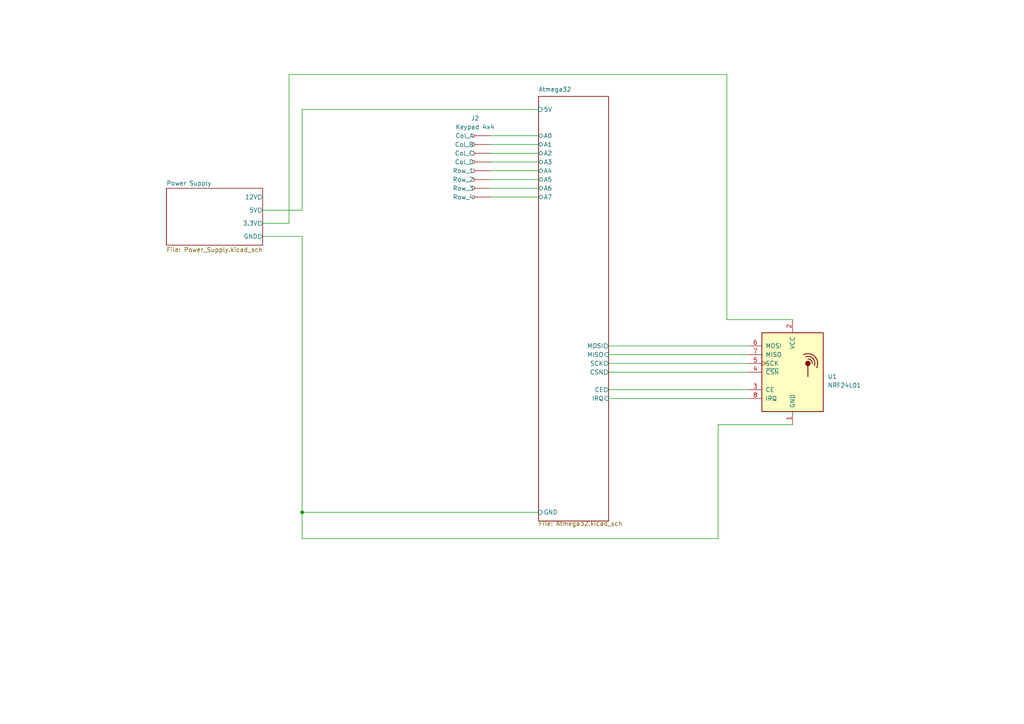
<source format=kicad_sch>
(kicad_sch (version 20211123) (generator eeschema)
  (paper "A4")
  (lib_symbols
    (symbol "Connector:Conn_01x08_Female" (pin_numbers hide) (pin_names (offset 1.016))
      (property "Reference" "J?" (at 0.635 12.7 0))
      (property "Value" "Keypad 4x4" (at 0.635 10.16 0))
      (symbol "Conn_01x08_Female_1_1"
        (arc (start 0 -9.652) (mid -0.508 -10.16) (end 0 -10.668) (stroke (width 0.1524)))
        (arc (start 0 -7.112) (mid -0.508 -7.62) (end 0 -8.128) (stroke (width 0.1524)))
        (arc (start 0 -4.572) (mid -0.508 -5.08) (end 0 -5.588) (stroke (width 0.1524)))
        (arc (start 0 -2.032) (mid -0.508 -2.54) (end 0 -3.048) (stroke (width 0.1524)))
        (polyline (pts (xy -1.27 -10.16) (xy -0.508 -10.16)) (stroke (width 0.1524)))
        (polyline (pts (xy -1.27 -7.62) (xy -0.508 -7.62)) (stroke (width 0.1524)))
        (polyline (pts (xy -1.27 -5.08) (xy -0.508 -5.08)) (stroke (width 0.1524)))
        (polyline (pts (xy -1.27 -2.54) (xy -0.508 -2.54)) (stroke (width 0.1524)))
        (polyline (pts (xy -1.27 0) (xy -0.508 0)) (stroke (width 0.1524)))
        (polyline (pts (xy -1.27 2.54) (xy -0.508 2.54)) (stroke (width 0.1524)))
        (polyline (pts (xy -1.27 5.08) (xy -0.508 5.08)) (stroke (width 0.1524)))
        (polyline (pts (xy -1.27 7.62) (xy -0.508 7.62)) (stroke (width 0.1524)))
        (arc (start 0 0.508) (mid -0.508 0) (end 0 -0.508) (stroke (width 0.1524)))
        (arc (start 0 3.048) (mid -0.508 2.54) (end 0 2.032) (stroke (width 0.1524)))
        (arc (start 0 5.588) (mid -0.508 5.08) (end 0 4.572) (stroke (width 0.1524)))
        (arc (start 0 8.128) (mid -0.508 7.62) (end 0 7.112) (stroke (width 0.1524)))
        (pin passive line (at -5.08 7.62 0) (length 3.81) (name "Col_A") (number "1"))
        (pin passive line (at -5.08 5.08 0) (length 3.81) (name "Col_B") (number "2"))
        (pin passive line (at -5.08 2.54 0) (length 3.81) (name "Col_C") (number "3"))
        (pin passive line (at -5.08 0 0) (length 3.81) (name "Col_D") (number "4"))
        (pin passive line (at -5.08 -2.54 0) (length 3.81) (name "Row_1") (number "5"))
        (pin passive line (at -5.08 -5.08 0) (length 3.81) (name "Row_2") (number "6"))
        (pin passive line (at -5.08 -7.62 0) (length 3.81) (name "Row_3") (number "7"))
        (pin passive line (at -5.08 -10.16 0) (length 3.81) (name "Row_4") (number "8"))
      )
    )
    (symbol "RF:NRF24L01_Breakout" (pin_names (offset 1.016))
      (property "Reference" "U" (at -8.89 12.7 0))
      (property "Value" "NRF24L01_Breakout" (at 3.81 12.7 0))
      (symbol "NRF24L01_Breakout_0_1"
        (rectangle (start -8.89 11.43) (end 8.89 -11.43) (stroke (width 0.254)) (fill (type background)))
        (polyline (pts (xy 4.445 1.905) (xy 4.445 -1.27)) (stroke (width 0.254)))
        (circle (center 4.445 2.54) (radius 0.635) (stroke (width 0.254)) (fill (type outline)))
        (arc (start 5.715 2.54) (mid 5.3521 3.4546) (end 4.445 3.81) (stroke (width 0.254)))
        (arc (start 6.35 1.905) (mid 5.8763 3.9854) (end 3.81 4.445) (stroke (width 0.254)))
        (arc (start 6.985 1.27) (mid 6.453 4.548) (end 3.175 5.08) (stroke (width 0.254)))
      )
      (symbol "NRF24L01_Breakout_1_1"
        (pin power_in line (at 0 -15.24 90) (length 3.81) (name "GND") (number "1"))
        (pin power_in line (at 0 15.24 270) (length 3.81) (name "VCC") (number "2"))
        (pin input line (at -12.7 -5.08 0) (length 3.81) (name "CE") (number "3"))
        (pin input line (at -12.7 0 0) (length 3.81) (name "~{CSN}") (number "4"))
        (pin input clock (at -12.7 2.54 0) (length 3.81) (name "SCK") (number "5"))
        (pin input line (at -12.7 7.62 0) (length 3.81) (name "MOSI") (number "6"))
        (pin output line (at -12.7 5.08 0) (length 3.81) (name "MISO") (number "7"))
        (pin output line (at -12.7 -7.62 0) (length 3.81) (name "IRQ") (number "8"))
      )
    )
  )
  (junction (at 87.63 148.59))
  (wire (pts (xy 176.53 115.57) (xy 217.17 115.57)))
  (wire (pts (xy 83.82 64.77) (xy 83.82 21.59)))
  (wire (pts (xy 142.24 52.07) (xy 156.21 52.07)))
  (wire (pts (xy 87.63 148.59) (xy 87.63 156.21)))
  (wire (pts (xy 76.2 68.58) (xy 87.63 68.58)))
  (wire (pts (xy 142.24 46.99) (xy 156.21 46.99)))
  (wire (pts (xy 142.24 39.37) (xy 156.21 39.37)))
  (wire (pts (xy 76.2 64.77) (xy 83.82 64.77)))
  (wire (pts (xy 142.24 49.53) (xy 156.21 49.53)))
  (wire (pts (xy 76.2 60.96) (xy 87.63 60.96)))
  (wire (pts (xy 87.63 156.21) (xy 208.28 156.21)))
  (wire (pts (xy 208.28 123.19) (xy 229.87 123.19)))
  (wire (pts (xy 142.24 44.45) (xy 156.21 44.45)))
  (wire (pts (xy 87.63 31.75) (xy 156.21 31.75)))
  (wire (pts (xy 176.53 105.41) (xy 217.17 105.41)))
  (wire (pts (xy 208.28 156.21) (xy 208.28 123.19)))
  (wire (pts (xy 83.82 21.59) (xy 210.82 21.59)))
  (wire (pts (xy 229.87 92.71) (xy 210.82 92.71)))
  (wire (pts (xy 176.53 102.87) (xy 217.17 102.87)))
  (wire (pts (xy 210.82 21.59) (xy 210.82 92.71)))
  (wire (pts (xy 87.63 148.59) (xy 156.21 148.59)))
  (wire (pts (xy 176.53 100.33) (xy 217.17 100.33)))
  (wire (pts (xy 142.24 57.15) (xy 156.21 57.15)))
  (wire (pts (xy 142.24 41.91) (xy 156.21 41.91)))
  (wire (pts (xy 142.24 54.61) (xy 156.21 54.61)))
  (wire (pts (xy 87.63 68.58) (xy 87.63 148.59)))
  (wire (pts (xy 176.53 113.03) (xy 217.17 113.03)))
  (wire (pts (xy 87.63 31.75) (xy 87.63 60.96)))
  (wire (pts (xy 176.53 107.95) (xy 217.17 107.95)))
  (symbol (lib_id "RF:NRF24L01_Breakout") (at 229.87 107.95 0) (unit 1)
    (property "Reference" "U1" (at 240.03 109.2199 0) (effects (justify left)))
    (property "Value" "NRF24L01" (at 240.03 111.76 0) (effects (justify left)))
    (property "Footprint" "RF_Module:nRF24L01_Breakout" (effects hide))
    (property "Datasheet" "http://www.nordicsemi.com/eng/content/download/2730/34105/file/nRF24L01_Product_Specification_v2_0.pdf" (effects hide))
  )
  (symbol (lib_id "Connector:Conn_01x08_Female") (at 137.16 46.99 0) (mirror y) (unit 1)
    (property "Reference" "J2" (at 137.795 34.29 0))
    (property "Value" "Keypad 4x4" (at 137.795 36.83 0))
    (property "Footprint" "Connector_PinHeader_2.54mm:PinHeader_1x08_P2.54mm_Vertical" (effects hide))
  )
  (sheet (at 156.21 27.94) (size 20.32 123.19) (stroke (width 0.1524))
    (property "Sheet name" "Atmega32" (at 156.21 26.67 0) (effects (justify left bottom)))
    (property "Sheet file" "Atmega32.kicad_sch" (at 156.21 151.13 0) (effects (justify left top)))
    (pin "5V" input (at 156.21 31.75 180))
    (pin "GND" input (at 156.21 148.59 180))
    (pin "CE" output (at 176.53 113.03 0))
    (pin "IRQ" input (at 176.53 115.57 0))
    (pin "MISO" input (at 176.53 102.87 0))
    (pin "MOSI" output (at 176.53 100.33 0))
    (pin "SCK" output (at 176.53 105.41 0))
    (pin "CSN" output (at 176.53 107.95 0))
    (pin "A5" bidirectional (at 156.21 52.07 180))
    (pin "A6" bidirectional (at 156.21 54.61 180))
    (pin "A7" bidirectional (at 156.21 57.15 180))
    (pin "A3" bidirectional (at 156.21 46.99 180))
    (pin "A4" bidirectional (at 156.21 49.53 180))
    (pin "A0" bidirectional (at 156.21 39.37 180))
    (pin "A2" bidirectional (at 156.21 44.45 180))
    (pin "A1" bidirectional (at 156.21 41.91 180))
  )
  (sheet (at 48.26 54.61) (size 27.94 16.51) (stroke (width 0.1524))
    (property "Sheet name" "Power Supply" (at 48.26 53.8984 0) (effects (justify left bottom)))
    (property "Sheet file" "Power_Supply.kicad_sch" (at 48.26 71.7046 0) (effects (justify left top)))
    (pin "GND" output (at 76.2 68.58 0))
    (pin "5V" output (at 76.2 60.96 0))
    (pin "3.3V" output (at 76.2 64.77 0))
    (pin "12V" output (at 76.2 57.15 0))
  )
)
</source>
